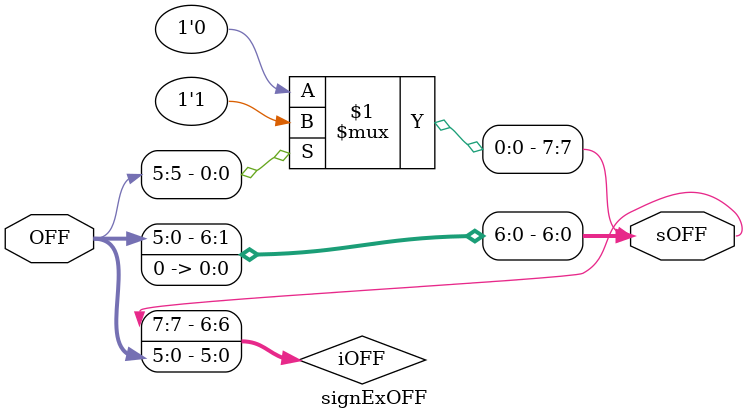
<source format=v>
module signExOFF(OFF, sOFF);

	input [5:0] OFF;
	wire [6:0] iOFF;
	output [7:0] sOFF;

	assign iOFF[5:0] = OFF;
	assign iOFF[6] = OFF[5] ? 1'b1 : 1'b0;
	assign sOFF = {iOFF,1'b0};

endmodule




</source>
